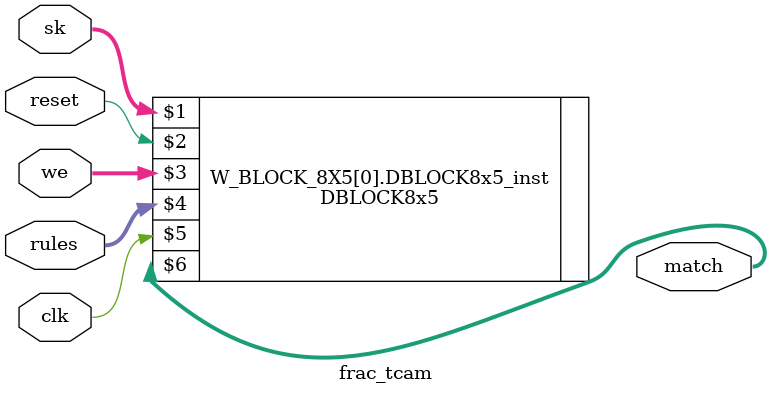
<source format=v>
`timescale 1ns / 1ps


module frac_tcam #(parameter W=5,D=64,N=1) (sk,reset,we,rules,clk,match);

parameter n=W/5;      // number of slices
parameter kw_size=5;    // DBLOCK64x5 key width size
parameter b_depth = 64;     // block depth

input [W-1:0] sk;
input reset;
input [D/8-1:0] we;
input [W*8/5-1:0] rules;
input clk;
output [D-1:0] match;

wire [n*D-1:0] match_l;

genvar i;

generate 
    for (i=0; i<n; i=i+1)
    begin: W_BLOCK_8X5
        (* dont_touch = "true" *) DBLOCK8x5 #(kw_size,D) DBLOCK8x5_inst (sk[i*5+4:i*5],reset,we,rules[i*8+7:i*8],clk,match[i*D+D-1:i*D]);
    end
endgenerate


//(* dont_touch = "true" *) andD4 #(D) andD4(match_l[4*D-1:3*D],match_l[3*D-1:2*D],match_l[2*D-1:D],match_l[D-1:0],match);

endmodule

</source>
